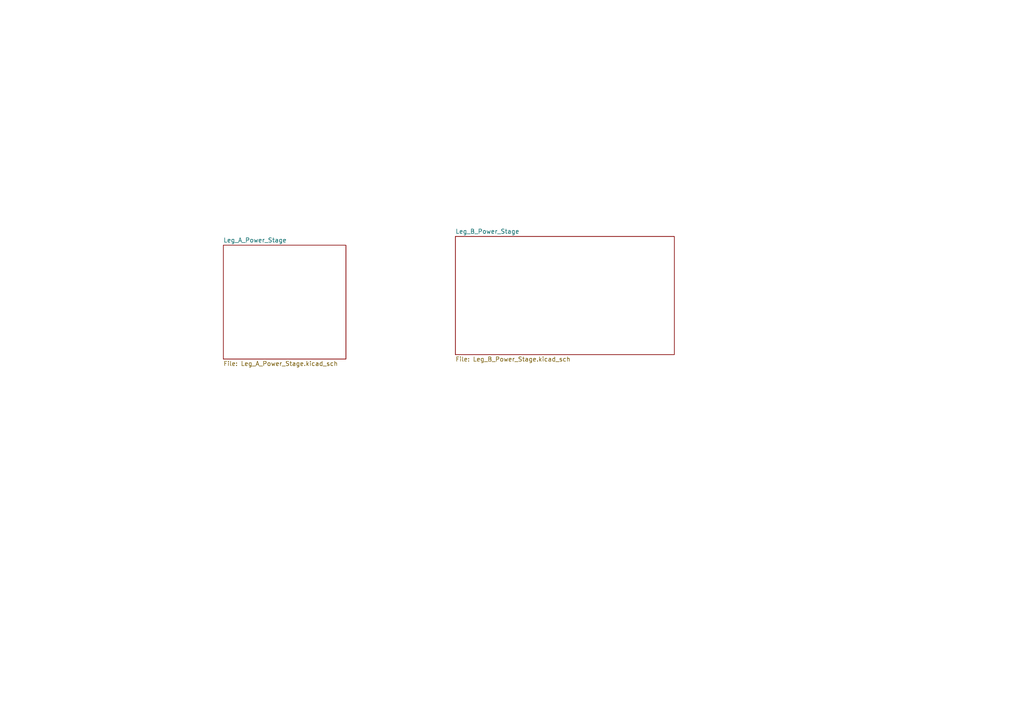
<source format=kicad_sch>
(kicad_sch
	(version 20250114)
	(generator "eeschema")
	(generator_version "9.0")
	(uuid "3fa42332-0bf7-4a41-b4c3-7cfd444d1aab")
	(paper "A4")
	(lib_symbols)
	(sheet
		(at 132.08 68.58)
		(size 63.5 34.29)
		(exclude_from_sim no)
		(in_bom yes)
		(on_board yes)
		(dnp no)
		(fields_autoplaced yes)
		(stroke
			(width 0.1524)
			(type solid)
		)
		(fill
			(color 0 0 0 0.0000)
		)
		(uuid "d1761b4e-8a42-4386-8dfd-35f782fbcef3")
		(property "Sheetname" "Leg_B_Power_Stage"
			(at 132.08 67.8684 0)
			(effects
				(font
					(size 1.27 1.27)
				)
				(justify left bottom)
			)
		)
		(property "Sheetfile" "Leg_B_Power_Stage.kicad_sch"
			(at 132.08 103.4546 0)
			(effects
				(font
					(size 1.27 1.27)
				)
				(justify left top)
			)
		)
		(instances
			(project "SiC_Single_Phase_Inverter"
				(path "/a1ed0539-9735-4ad1-a8fd-87e26e7fce16/b6e78e1f-718a-4f31-892b-d9c389541b0d"
					(page "7")
				)
			)
		)
	)
	(sheet
		(at 64.77 71.12)
		(size 35.56 33.02)
		(exclude_from_sim no)
		(in_bom yes)
		(on_board yes)
		(dnp no)
		(fields_autoplaced yes)
		(stroke
			(width 0.1524)
			(type solid)
		)
		(fill
			(color 0 0 0 0.0000)
		)
		(uuid "df0e594b-c560-4977-9819-59c4a1d47101")
		(property "Sheetname" "Leg_A_Power_Stage"
			(at 64.77 70.4084 0)
			(effects
				(font
					(size 1.27 1.27)
				)
				(justify left bottom)
			)
		)
		(property "Sheetfile" "Leg_A_Power_Stage.kicad_sch"
			(at 64.77 104.7246 0)
			(effects
				(font
					(size 1.27 1.27)
				)
				(justify left top)
			)
		)
		(instances
			(project "SiC_Single_Phase_Inverter"
				(path "/a1ed0539-9735-4ad1-a8fd-87e26e7fce16/b6e78e1f-718a-4f31-892b-d9c389541b0d"
					(page "6")
				)
			)
		)
	)
)

</source>
